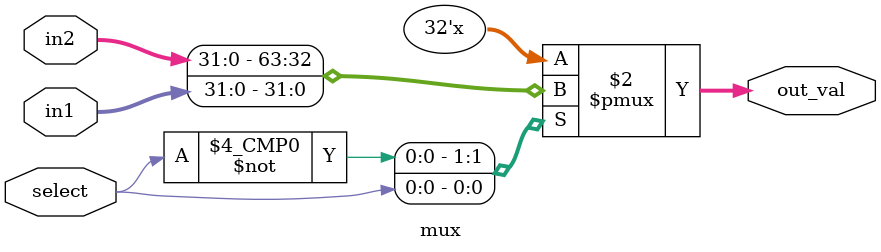
<source format=v>
`timescale 1ns / 1ps


module mux #(parameter N = 32)(in1, in2, select, out_val);

	input signed [N-1:0] in1;   // First input (for NOT operation)
    input signed [N-1:0] in2;   // Second input (for ADD operation)
    input select;               // 1-bit selection signal
    output reg [N-1:0] out_val; // Output of the MUX

    // Always block to choose between adder and NOT operation
    always @(*) begin
        case(select)
            1'b0: out_val = in2;   // Select adder result
            1'b1: out_val = in1;   // Select NOT result
        endcase
    end
	
endmodule
</source>
